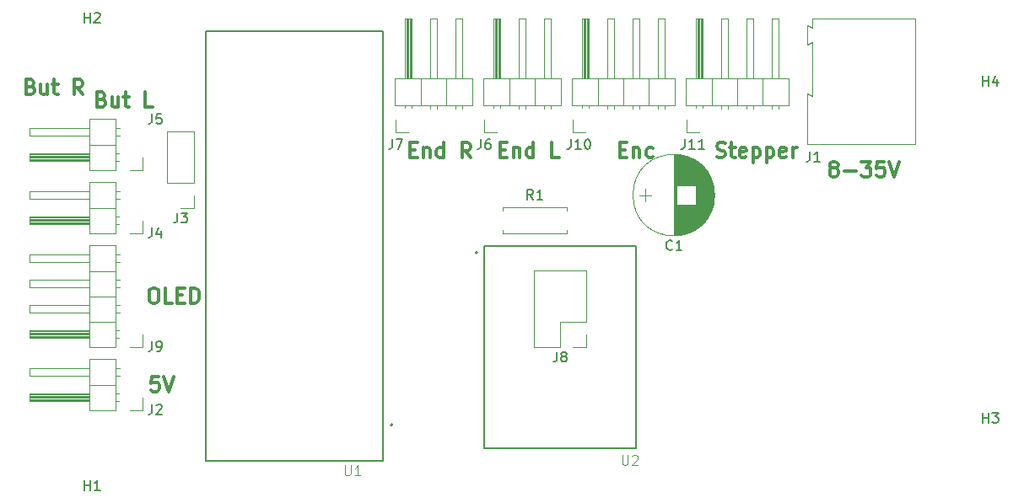
<source format=gto>
%TF.GenerationSoftware,KiCad,Pcbnew,(5.1.9)-1*%
%TF.CreationDate,2021-07-13T22:03:12+02:00*%
%TF.ProjectId,CameraSlider,43616d65-7261-4536-9c69-6465722e6b69,rev?*%
%TF.SameCoordinates,Original*%
%TF.FileFunction,Legend,Top*%
%TF.FilePolarity,Positive*%
%FSLAX46Y46*%
G04 Gerber Fmt 4.6, Leading zero omitted, Abs format (unit mm)*
G04 Created by KiCad (PCBNEW (5.1.9)-1) date 2021-07-13 22:03:12*
%MOMM*%
%LPD*%
G01*
G04 APERTURE LIST*
%ADD10C,0.300000*%
%ADD11C,0.200000*%
%ADD12C,0.127000*%
%ADD13C,0.120000*%
%ADD14C,0.015000*%
%ADD15C,0.150000*%
G04 APERTURE END LIST*
D10*
X182277142Y-116661428D02*
X182134285Y-116590000D01*
X182062857Y-116518571D01*
X181991428Y-116375714D01*
X181991428Y-116304285D01*
X182062857Y-116161428D01*
X182134285Y-116090000D01*
X182277142Y-116018571D01*
X182562857Y-116018571D01*
X182705714Y-116090000D01*
X182777142Y-116161428D01*
X182848571Y-116304285D01*
X182848571Y-116375714D01*
X182777142Y-116518571D01*
X182705714Y-116590000D01*
X182562857Y-116661428D01*
X182277142Y-116661428D01*
X182134285Y-116732857D01*
X182062857Y-116804285D01*
X181991428Y-116947142D01*
X181991428Y-117232857D01*
X182062857Y-117375714D01*
X182134285Y-117447142D01*
X182277142Y-117518571D01*
X182562857Y-117518571D01*
X182705714Y-117447142D01*
X182777142Y-117375714D01*
X182848571Y-117232857D01*
X182848571Y-116947142D01*
X182777142Y-116804285D01*
X182705714Y-116732857D01*
X182562857Y-116661428D01*
X183491428Y-116947142D02*
X184634285Y-116947142D01*
X185205714Y-116018571D02*
X186134285Y-116018571D01*
X185634285Y-116590000D01*
X185848571Y-116590000D01*
X185991428Y-116661428D01*
X186062857Y-116732857D01*
X186134285Y-116875714D01*
X186134285Y-117232857D01*
X186062857Y-117375714D01*
X185991428Y-117447142D01*
X185848571Y-117518571D01*
X185420000Y-117518571D01*
X185277142Y-117447142D01*
X185205714Y-117375714D01*
X187491428Y-116018571D02*
X186777142Y-116018571D01*
X186705714Y-116732857D01*
X186777142Y-116661428D01*
X186920000Y-116590000D01*
X187277142Y-116590000D01*
X187420000Y-116661428D01*
X187491428Y-116732857D01*
X187562857Y-116875714D01*
X187562857Y-117232857D01*
X187491428Y-117375714D01*
X187420000Y-117447142D01*
X187277142Y-117518571D01*
X186920000Y-117518571D01*
X186777142Y-117447142D01*
X186705714Y-117375714D01*
X187991428Y-116018571D02*
X188491428Y-117518571D01*
X188991428Y-116018571D01*
X170660714Y-115542142D02*
X170875000Y-115613571D01*
X171232142Y-115613571D01*
X171375000Y-115542142D01*
X171446428Y-115470714D01*
X171517857Y-115327857D01*
X171517857Y-115185000D01*
X171446428Y-115042142D01*
X171375000Y-114970714D01*
X171232142Y-114899285D01*
X170946428Y-114827857D01*
X170803571Y-114756428D01*
X170732142Y-114685000D01*
X170660714Y-114542142D01*
X170660714Y-114399285D01*
X170732142Y-114256428D01*
X170803571Y-114185000D01*
X170946428Y-114113571D01*
X171303571Y-114113571D01*
X171517857Y-114185000D01*
X171946428Y-114613571D02*
X172517857Y-114613571D01*
X172160714Y-114113571D02*
X172160714Y-115399285D01*
X172232142Y-115542142D01*
X172375000Y-115613571D01*
X172517857Y-115613571D01*
X173589285Y-115542142D02*
X173446428Y-115613571D01*
X173160714Y-115613571D01*
X173017857Y-115542142D01*
X172946428Y-115399285D01*
X172946428Y-114827857D01*
X173017857Y-114685000D01*
X173160714Y-114613571D01*
X173446428Y-114613571D01*
X173589285Y-114685000D01*
X173660714Y-114827857D01*
X173660714Y-114970714D01*
X172946428Y-115113571D01*
X174303571Y-114613571D02*
X174303571Y-116113571D01*
X174303571Y-114685000D02*
X174446428Y-114613571D01*
X174732142Y-114613571D01*
X174875000Y-114685000D01*
X174946428Y-114756428D01*
X175017857Y-114899285D01*
X175017857Y-115327857D01*
X174946428Y-115470714D01*
X174875000Y-115542142D01*
X174732142Y-115613571D01*
X174446428Y-115613571D01*
X174303571Y-115542142D01*
X175660714Y-114613571D02*
X175660714Y-116113571D01*
X175660714Y-114685000D02*
X175803571Y-114613571D01*
X176089285Y-114613571D01*
X176232142Y-114685000D01*
X176303571Y-114756428D01*
X176375000Y-114899285D01*
X176375000Y-115327857D01*
X176303571Y-115470714D01*
X176232142Y-115542142D01*
X176089285Y-115613571D01*
X175803571Y-115613571D01*
X175660714Y-115542142D01*
X177589285Y-115542142D02*
X177446428Y-115613571D01*
X177160714Y-115613571D01*
X177017857Y-115542142D01*
X176946428Y-115399285D01*
X176946428Y-114827857D01*
X177017857Y-114685000D01*
X177160714Y-114613571D01*
X177446428Y-114613571D01*
X177589285Y-114685000D01*
X177660714Y-114827857D01*
X177660714Y-114970714D01*
X176946428Y-115113571D01*
X178303571Y-115613571D02*
X178303571Y-114613571D01*
X178303571Y-114899285D02*
X178375000Y-114756428D01*
X178446428Y-114685000D01*
X178589285Y-114613571D01*
X178732142Y-114613571D01*
X160917142Y-114827857D02*
X161417142Y-114827857D01*
X161631428Y-115613571D02*
X160917142Y-115613571D01*
X160917142Y-114113571D01*
X161631428Y-114113571D01*
X162274285Y-114613571D02*
X162274285Y-115613571D01*
X162274285Y-114756428D02*
X162345714Y-114685000D01*
X162488571Y-114613571D01*
X162702857Y-114613571D01*
X162845714Y-114685000D01*
X162917142Y-114827857D01*
X162917142Y-115613571D01*
X164274285Y-115542142D02*
X164131428Y-115613571D01*
X163845714Y-115613571D01*
X163702857Y-115542142D01*
X163631428Y-115470714D01*
X163560000Y-115327857D01*
X163560000Y-114899285D01*
X163631428Y-114756428D01*
X163702857Y-114685000D01*
X163845714Y-114613571D01*
X164131428Y-114613571D01*
X164274285Y-114685000D01*
X148907857Y-114827857D02*
X149407857Y-114827857D01*
X149622142Y-115613571D02*
X148907857Y-115613571D01*
X148907857Y-114113571D01*
X149622142Y-114113571D01*
X150265000Y-114613571D02*
X150265000Y-115613571D01*
X150265000Y-114756428D02*
X150336428Y-114685000D01*
X150479285Y-114613571D01*
X150693571Y-114613571D01*
X150836428Y-114685000D01*
X150907857Y-114827857D01*
X150907857Y-115613571D01*
X152265000Y-115613571D02*
X152265000Y-114113571D01*
X152265000Y-115542142D02*
X152122142Y-115613571D01*
X151836428Y-115613571D01*
X151693571Y-115542142D01*
X151622142Y-115470714D01*
X151550714Y-115327857D01*
X151550714Y-114899285D01*
X151622142Y-114756428D01*
X151693571Y-114685000D01*
X151836428Y-114613571D01*
X152122142Y-114613571D01*
X152265000Y-114685000D01*
X154836428Y-115613571D02*
X154122142Y-115613571D01*
X154122142Y-114113571D01*
X139875000Y-114827857D02*
X140375000Y-114827857D01*
X140589285Y-115613571D02*
X139875000Y-115613571D01*
X139875000Y-114113571D01*
X140589285Y-114113571D01*
X141232142Y-114613571D02*
X141232142Y-115613571D01*
X141232142Y-114756428D02*
X141303571Y-114685000D01*
X141446428Y-114613571D01*
X141660714Y-114613571D01*
X141803571Y-114685000D01*
X141875000Y-114827857D01*
X141875000Y-115613571D01*
X143232142Y-115613571D02*
X143232142Y-114113571D01*
X143232142Y-115542142D02*
X143089285Y-115613571D01*
X142803571Y-115613571D01*
X142660714Y-115542142D01*
X142589285Y-115470714D01*
X142517857Y-115327857D01*
X142517857Y-114899285D01*
X142589285Y-114756428D01*
X142660714Y-114685000D01*
X142803571Y-114613571D01*
X143089285Y-114613571D01*
X143232142Y-114685000D01*
X145946428Y-115613571D02*
X145446428Y-114899285D01*
X145089285Y-115613571D02*
X145089285Y-114113571D01*
X145660714Y-114113571D01*
X145803571Y-114185000D01*
X145875000Y-114256428D01*
X145946428Y-114399285D01*
X145946428Y-114613571D01*
X145875000Y-114756428D01*
X145803571Y-114827857D01*
X145660714Y-114899285D01*
X145089285Y-114899285D01*
X108946428Y-109747857D02*
X109160714Y-109819285D01*
X109232142Y-109890714D01*
X109303571Y-110033571D01*
X109303571Y-110247857D01*
X109232142Y-110390714D01*
X109160714Y-110462142D01*
X109017857Y-110533571D01*
X108446428Y-110533571D01*
X108446428Y-109033571D01*
X108946428Y-109033571D01*
X109089285Y-109105000D01*
X109160714Y-109176428D01*
X109232142Y-109319285D01*
X109232142Y-109462142D01*
X109160714Y-109605000D01*
X109089285Y-109676428D01*
X108946428Y-109747857D01*
X108446428Y-109747857D01*
X110589285Y-109533571D02*
X110589285Y-110533571D01*
X109946428Y-109533571D02*
X109946428Y-110319285D01*
X110017857Y-110462142D01*
X110160714Y-110533571D01*
X110375000Y-110533571D01*
X110517857Y-110462142D01*
X110589285Y-110390714D01*
X111089285Y-109533571D02*
X111660714Y-109533571D01*
X111303571Y-109033571D02*
X111303571Y-110319285D01*
X111375000Y-110462142D01*
X111517857Y-110533571D01*
X111660714Y-110533571D01*
X114017857Y-110533571D02*
X113303571Y-110533571D01*
X113303571Y-109033571D01*
X114026428Y-128718571D02*
X114312142Y-128718571D01*
X114455000Y-128790000D01*
X114597857Y-128932857D01*
X114669285Y-129218571D01*
X114669285Y-129718571D01*
X114597857Y-130004285D01*
X114455000Y-130147142D01*
X114312142Y-130218571D01*
X114026428Y-130218571D01*
X113883571Y-130147142D01*
X113740714Y-130004285D01*
X113669285Y-129718571D01*
X113669285Y-129218571D01*
X113740714Y-128932857D01*
X113883571Y-128790000D01*
X114026428Y-128718571D01*
X116026428Y-130218571D02*
X115312142Y-130218571D01*
X115312142Y-128718571D01*
X116526428Y-129432857D02*
X117026428Y-129432857D01*
X117240714Y-130218571D02*
X116526428Y-130218571D01*
X116526428Y-128718571D01*
X117240714Y-128718571D01*
X117883571Y-130218571D02*
X117883571Y-128718571D01*
X118240714Y-128718571D01*
X118455000Y-128790000D01*
X118597857Y-128932857D01*
X118669285Y-129075714D01*
X118740714Y-129361428D01*
X118740714Y-129575714D01*
X118669285Y-129861428D01*
X118597857Y-130004285D01*
X118455000Y-130147142D01*
X118240714Y-130218571D01*
X117883571Y-130218571D01*
X114649285Y-137608571D02*
X113935000Y-137608571D01*
X113863571Y-138322857D01*
X113935000Y-138251428D01*
X114077857Y-138180000D01*
X114435000Y-138180000D01*
X114577857Y-138251428D01*
X114649285Y-138322857D01*
X114720714Y-138465714D01*
X114720714Y-138822857D01*
X114649285Y-138965714D01*
X114577857Y-139037142D01*
X114435000Y-139108571D01*
X114077857Y-139108571D01*
X113935000Y-139037142D01*
X113863571Y-138965714D01*
X115149285Y-137608571D02*
X115649285Y-139108571D01*
X116149285Y-137608571D01*
X101818571Y-108477857D02*
X102032857Y-108549285D01*
X102104285Y-108620714D01*
X102175714Y-108763571D01*
X102175714Y-108977857D01*
X102104285Y-109120714D01*
X102032857Y-109192142D01*
X101890000Y-109263571D01*
X101318571Y-109263571D01*
X101318571Y-107763571D01*
X101818571Y-107763571D01*
X101961428Y-107835000D01*
X102032857Y-107906428D01*
X102104285Y-108049285D01*
X102104285Y-108192142D01*
X102032857Y-108335000D01*
X101961428Y-108406428D01*
X101818571Y-108477857D01*
X101318571Y-108477857D01*
X103461428Y-108263571D02*
X103461428Y-109263571D01*
X102818571Y-108263571D02*
X102818571Y-109049285D01*
X102890000Y-109192142D01*
X103032857Y-109263571D01*
X103247142Y-109263571D01*
X103390000Y-109192142D01*
X103461428Y-109120714D01*
X103961428Y-108263571D02*
X104532857Y-108263571D01*
X104175714Y-107763571D02*
X104175714Y-109049285D01*
X104247142Y-109192142D01*
X104390000Y-109263571D01*
X104532857Y-109263571D01*
X107032857Y-109263571D02*
X106532857Y-108549285D01*
X106175714Y-109263571D02*
X106175714Y-107763571D01*
X106747142Y-107763571D01*
X106890000Y-107835000D01*
X106961428Y-107906428D01*
X107032857Y-108049285D01*
X107032857Y-108263571D01*
X106961428Y-108406428D01*
X106890000Y-108477857D01*
X106747142Y-108549285D01*
X106175714Y-108549285D01*
D11*
%TO.C,U1*%
X138120000Y-142460000D02*
G75*
G03*
X138120000Y-142460000I-100000J0D01*
G01*
D12*
X137160000Y-102870000D02*
X137160000Y-146050000D01*
X119380000Y-102870000D02*
X137160000Y-102870000D01*
X119380000Y-146050000D02*
X119380000Y-102870000D01*
X137160000Y-146050000D02*
X119380000Y-146050000D01*
D13*
%TO.C,J10*%
X156210000Y-113030000D02*
X156210000Y-111760000D01*
X157480000Y-113030000D02*
X156210000Y-113030000D01*
X165480000Y-110717071D02*
X165480000Y-110320000D01*
X164720000Y-110717071D02*
X164720000Y-110320000D01*
X165480000Y-101660000D02*
X165480000Y-107660000D01*
X164720000Y-101660000D02*
X165480000Y-101660000D01*
X164720000Y-107660000D02*
X164720000Y-101660000D01*
X163830000Y-110320000D02*
X163830000Y-107660000D01*
X162940000Y-110717071D02*
X162940000Y-110320000D01*
X162180000Y-110717071D02*
X162180000Y-110320000D01*
X162940000Y-101660000D02*
X162940000Y-107660000D01*
X162180000Y-101660000D02*
X162940000Y-101660000D01*
X162180000Y-107660000D02*
X162180000Y-101660000D01*
X161290000Y-110320000D02*
X161290000Y-107660000D01*
X160400000Y-110717071D02*
X160400000Y-110320000D01*
X159640000Y-110717071D02*
X159640000Y-110320000D01*
X160400000Y-101660000D02*
X160400000Y-107660000D01*
X159640000Y-101660000D02*
X160400000Y-101660000D01*
X159640000Y-107660000D02*
X159640000Y-101660000D01*
X158750000Y-110320000D02*
X158750000Y-107660000D01*
X157860000Y-110650000D02*
X157860000Y-110320000D01*
X157100000Y-110650000D02*
X157100000Y-110320000D01*
X157760000Y-107660000D02*
X157760000Y-101660000D01*
X157640000Y-107660000D02*
X157640000Y-101660000D01*
X157520000Y-107660000D02*
X157520000Y-101660000D01*
X157400000Y-107660000D02*
X157400000Y-101660000D01*
X157280000Y-107660000D02*
X157280000Y-101660000D01*
X157160000Y-107660000D02*
X157160000Y-101660000D01*
X157860000Y-101660000D02*
X157860000Y-107660000D01*
X157100000Y-101660000D02*
X157860000Y-101660000D01*
X157100000Y-107660000D02*
X157100000Y-101660000D01*
X156150000Y-107660000D02*
X156150000Y-110320000D01*
X166430000Y-107660000D02*
X156150000Y-107660000D01*
X166430000Y-110320000D02*
X166430000Y-107660000D01*
X156150000Y-110320000D02*
X166430000Y-110320000D01*
%TO.C,C1*%
X170440000Y-119380000D02*
G75*
G03*
X170440000Y-119380000I-4090000J0D01*
G01*
X166350000Y-115330000D02*
X166350000Y-123430000D01*
X166390000Y-115330000D02*
X166390000Y-123430000D01*
X166430000Y-115330000D02*
X166430000Y-123430000D01*
X166470000Y-115331000D02*
X166470000Y-123429000D01*
X166510000Y-115333000D02*
X166510000Y-123427000D01*
X166550000Y-115334000D02*
X166550000Y-123426000D01*
X166590000Y-115337000D02*
X166590000Y-123423000D01*
X166630000Y-115339000D02*
X166630000Y-118400000D01*
X166630000Y-120360000D02*
X166630000Y-123421000D01*
X166670000Y-115342000D02*
X166670000Y-118400000D01*
X166670000Y-120360000D02*
X166670000Y-123418000D01*
X166710000Y-115345000D02*
X166710000Y-118400000D01*
X166710000Y-120360000D02*
X166710000Y-123415000D01*
X166750000Y-115349000D02*
X166750000Y-118400000D01*
X166750000Y-120360000D02*
X166750000Y-123411000D01*
X166790000Y-115353000D02*
X166790000Y-118400000D01*
X166790000Y-120360000D02*
X166790000Y-123407000D01*
X166830000Y-115358000D02*
X166830000Y-118400000D01*
X166830000Y-120360000D02*
X166830000Y-123402000D01*
X166870000Y-115363000D02*
X166870000Y-118400000D01*
X166870000Y-120360000D02*
X166870000Y-123397000D01*
X166910000Y-115368000D02*
X166910000Y-118400000D01*
X166910000Y-120360000D02*
X166910000Y-123392000D01*
X166950000Y-115374000D02*
X166950000Y-118400000D01*
X166950000Y-120360000D02*
X166950000Y-123386000D01*
X166990000Y-115380000D02*
X166990000Y-118400000D01*
X166990000Y-120360000D02*
X166990000Y-123380000D01*
X167030000Y-115386000D02*
X167030000Y-118400000D01*
X167030000Y-120360000D02*
X167030000Y-123374000D01*
X167071000Y-115393000D02*
X167071000Y-118400000D01*
X167071000Y-120360000D02*
X167071000Y-123367000D01*
X167111000Y-115401000D02*
X167111000Y-118400000D01*
X167111000Y-120360000D02*
X167111000Y-123359000D01*
X167151000Y-115409000D02*
X167151000Y-118400000D01*
X167151000Y-120360000D02*
X167151000Y-123351000D01*
X167191000Y-115417000D02*
X167191000Y-118400000D01*
X167191000Y-120360000D02*
X167191000Y-123343000D01*
X167231000Y-115425000D02*
X167231000Y-118400000D01*
X167231000Y-120360000D02*
X167231000Y-123335000D01*
X167271000Y-115434000D02*
X167271000Y-118400000D01*
X167271000Y-120360000D02*
X167271000Y-123326000D01*
X167311000Y-115444000D02*
X167311000Y-118400000D01*
X167311000Y-120360000D02*
X167311000Y-123316000D01*
X167351000Y-115454000D02*
X167351000Y-118400000D01*
X167351000Y-120360000D02*
X167351000Y-123306000D01*
X167391000Y-115464000D02*
X167391000Y-118400000D01*
X167391000Y-120360000D02*
X167391000Y-123296000D01*
X167431000Y-115475000D02*
X167431000Y-118400000D01*
X167431000Y-120360000D02*
X167431000Y-123285000D01*
X167471000Y-115486000D02*
X167471000Y-118400000D01*
X167471000Y-120360000D02*
X167471000Y-123274000D01*
X167511000Y-115497000D02*
X167511000Y-118400000D01*
X167511000Y-120360000D02*
X167511000Y-123263000D01*
X167551000Y-115510000D02*
X167551000Y-118400000D01*
X167551000Y-120360000D02*
X167551000Y-123250000D01*
X167591000Y-115522000D02*
X167591000Y-118400000D01*
X167591000Y-120360000D02*
X167591000Y-123238000D01*
X167631000Y-115535000D02*
X167631000Y-118400000D01*
X167631000Y-120360000D02*
X167631000Y-123225000D01*
X167671000Y-115548000D02*
X167671000Y-118400000D01*
X167671000Y-120360000D02*
X167671000Y-123212000D01*
X167711000Y-115562000D02*
X167711000Y-118400000D01*
X167711000Y-120360000D02*
X167711000Y-123198000D01*
X167751000Y-115577000D02*
X167751000Y-118400000D01*
X167751000Y-120360000D02*
X167751000Y-123183000D01*
X167791000Y-115591000D02*
X167791000Y-118400000D01*
X167791000Y-120360000D02*
X167791000Y-123169000D01*
X167831000Y-115607000D02*
X167831000Y-118400000D01*
X167831000Y-120360000D02*
X167831000Y-123153000D01*
X167871000Y-115622000D02*
X167871000Y-118400000D01*
X167871000Y-120360000D02*
X167871000Y-123138000D01*
X167911000Y-115639000D02*
X167911000Y-118400000D01*
X167911000Y-120360000D02*
X167911000Y-123121000D01*
X167951000Y-115655000D02*
X167951000Y-118400000D01*
X167951000Y-120360000D02*
X167951000Y-123105000D01*
X167991000Y-115673000D02*
X167991000Y-118400000D01*
X167991000Y-120360000D02*
X167991000Y-123087000D01*
X168031000Y-115690000D02*
X168031000Y-118400000D01*
X168031000Y-120360000D02*
X168031000Y-123070000D01*
X168071000Y-115709000D02*
X168071000Y-118400000D01*
X168071000Y-120360000D02*
X168071000Y-123051000D01*
X168111000Y-115728000D02*
X168111000Y-118400000D01*
X168111000Y-120360000D02*
X168111000Y-123032000D01*
X168151000Y-115747000D02*
X168151000Y-118400000D01*
X168151000Y-120360000D02*
X168151000Y-123013000D01*
X168191000Y-115767000D02*
X168191000Y-118400000D01*
X168191000Y-120360000D02*
X168191000Y-122993000D01*
X168231000Y-115787000D02*
X168231000Y-118400000D01*
X168231000Y-120360000D02*
X168231000Y-122973000D01*
X168271000Y-115808000D02*
X168271000Y-118400000D01*
X168271000Y-120360000D02*
X168271000Y-122952000D01*
X168311000Y-115830000D02*
X168311000Y-118400000D01*
X168311000Y-120360000D02*
X168311000Y-122930000D01*
X168351000Y-115852000D02*
X168351000Y-118400000D01*
X168351000Y-120360000D02*
X168351000Y-122908000D01*
X168391000Y-115875000D02*
X168391000Y-118400000D01*
X168391000Y-120360000D02*
X168391000Y-122885000D01*
X168431000Y-115898000D02*
X168431000Y-118400000D01*
X168431000Y-120360000D02*
X168431000Y-122862000D01*
X168471000Y-115922000D02*
X168471000Y-118400000D01*
X168471000Y-120360000D02*
X168471000Y-122838000D01*
X168511000Y-115946000D02*
X168511000Y-118400000D01*
X168511000Y-120360000D02*
X168511000Y-122814000D01*
X168551000Y-115972000D02*
X168551000Y-118400000D01*
X168551000Y-120360000D02*
X168551000Y-122788000D01*
X168591000Y-115997000D02*
X168591000Y-122763000D01*
X168631000Y-116024000D02*
X168631000Y-122736000D01*
X168671000Y-116051000D02*
X168671000Y-122709000D01*
X168711000Y-116079000D02*
X168711000Y-122681000D01*
X168751000Y-116108000D02*
X168751000Y-122652000D01*
X168791000Y-116137000D02*
X168791000Y-122623000D01*
X168831000Y-116167000D02*
X168831000Y-122593000D01*
X168871000Y-116198000D02*
X168871000Y-122562000D01*
X168911000Y-116230000D02*
X168911000Y-122530000D01*
X168951000Y-116262000D02*
X168951000Y-122498000D01*
X168991000Y-116296000D02*
X168991000Y-122464000D01*
X169031000Y-116330000D02*
X169031000Y-122430000D01*
X169071000Y-116365000D02*
X169071000Y-122395000D01*
X169111000Y-116401000D02*
X169111000Y-122359000D01*
X169151000Y-116438000D02*
X169151000Y-122322000D01*
X169191000Y-116476000D02*
X169191000Y-122284000D01*
X169231000Y-116515000D02*
X169231000Y-122245000D01*
X169271000Y-116556000D02*
X169271000Y-122204000D01*
X169311000Y-116597000D02*
X169311000Y-122163000D01*
X169351000Y-116640000D02*
X169351000Y-122120000D01*
X169391000Y-116683000D02*
X169391000Y-122077000D01*
X169431000Y-116728000D02*
X169431000Y-122032000D01*
X169471000Y-116775000D02*
X169471000Y-121985000D01*
X169511000Y-116823000D02*
X169511000Y-121937000D01*
X169551000Y-116872000D02*
X169551000Y-121888000D01*
X169591000Y-116923000D02*
X169591000Y-121837000D01*
X169631000Y-116976000D02*
X169631000Y-121784000D01*
X169671000Y-117031000D02*
X169671000Y-121729000D01*
X169711000Y-117087000D02*
X169711000Y-121673000D01*
X169751000Y-117146000D02*
X169751000Y-121614000D01*
X169791000Y-117207000D02*
X169791000Y-121553000D01*
X169831000Y-117271000D02*
X169831000Y-121489000D01*
X169871000Y-117337000D02*
X169871000Y-121423000D01*
X169911000Y-117406000D02*
X169911000Y-121354000D01*
X169951000Y-117478000D02*
X169951000Y-121282000D01*
X169991000Y-117554000D02*
X169991000Y-121206000D01*
X170031000Y-117635000D02*
X170031000Y-121125000D01*
X170071000Y-117720000D02*
X170071000Y-121040000D01*
X170111000Y-117810000D02*
X170111000Y-120950000D01*
X170151000Y-117907000D02*
X170151000Y-120853000D01*
X170191000Y-118011000D02*
X170191000Y-120749000D01*
X170231000Y-118126000D02*
X170231000Y-120634000D01*
X170271000Y-118253000D02*
X170271000Y-120507000D01*
X170311000Y-118397000D02*
X170311000Y-120363000D01*
X170351000Y-118566000D02*
X170351000Y-120194000D01*
X170391000Y-118782000D02*
X170391000Y-119978000D01*
X170431000Y-119134000D02*
X170431000Y-119626000D01*
X162900000Y-119380000D02*
X164100000Y-119380000D01*
X163500000Y-118730000D02*
X163500000Y-120030000D01*
%TO.C,J2*%
X110320000Y-141030000D02*
X110320000Y-135830000D01*
X110320000Y-135830000D02*
X107660000Y-135830000D01*
X107660000Y-135830000D02*
X107660000Y-141030000D01*
X107660000Y-141030000D02*
X110320000Y-141030000D01*
X107660000Y-140080000D02*
X101660000Y-140080000D01*
X101660000Y-140080000D02*
X101660000Y-139320000D01*
X101660000Y-139320000D02*
X107660000Y-139320000D01*
X107660000Y-140020000D02*
X101660000Y-140020000D01*
X107660000Y-139900000D02*
X101660000Y-139900000D01*
X107660000Y-139780000D02*
X101660000Y-139780000D01*
X107660000Y-139660000D02*
X101660000Y-139660000D01*
X107660000Y-139540000D02*
X101660000Y-139540000D01*
X107660000Y-139420000D02*
X101660000Y-139420000D01*
X110650000Y-140080000D02*
X110320000Y-140080000D01*
X110650000Y-139320000D02*
X110320000Y-139320000D01*
X110320000Y-138430000D02*
X107660000Y-138430000D01*
X107660000Y-137540000D02*
X101660000Y-137540000D01*
X101660000Y-137540000D02*
X101660000Y-136780000D01*
X101660000Y-136780000D02*
X107660000Y-136780000D01*
X110717071Y-137540000D02*
X110320000Y-137540000D01*
X110717071Y-136780000D02*
X110320000Y-136780000D01*
X113030000Y-139700000D02*
X113030000Y-140970000D01*
X113030000Y-140970000D02*
X111760000Y-140970000D01*
%TO.C,J3*%
X118170000Y-112970000D02*
X115510000Y-112970000D01*
X118170000Y-118110000D02*
X118170000Y-112970000D01*
X115510000Y-118110000D02*
X115510000Y-112970000D01*
X118170000Y-118110000D02*
X115510000Y-118110000D01*
X118170000Y-119380000D02*
X118170000Y-120710000D01*
X118170000Y-120710000D02*
X116840000Y-120710000D01*
%TO.C,J4*%
X110320000Y-123250000D02*
X110320000Y-118050000D01*
X110320000Y-118050000D02*
X107660000Y-118050000D01*
X107660000Y-118050000D02*
X107660000Y-123250000D01*
X107660000Y-123250000D02*
X110320000Y-123250000D01*
X107660000Y-122300000D02*
X101660000Y-122300000D01*
X101660000Y-122300000D02*
X101660000Y-121540000D01*
X101660000Y-121540000D02*
X107660000Y-121540000D01*
X107660000Y-122240000D02*
X101660000Y-122240000D01*
X107660000Y-122120000D02*
X101660000Y-122120000D01*
X107660000Y-122000000D02*
X101660000Y-122000000D01*
X107660000Y-121880000D02*
X101660000Y-121880000D01*
X107660000Y-121760000D02*
X101660000Y-121760000D01*
X107660000Y-121640000D02*
X101660000Y-121640000D01*
X110650000Y-122300000D02*
X110320000Y-122300000D01*
X110650000Y-121540000D02*
X110320000Y-121540000D01*
X110320000Y-120650000D02*
X107660000Y-120650000D01*
X107660000Y-119760000D02*
X101660000Y-119760000D01*
X101660000Y-119760000D02*
X101660000Y-119000000D01*
X101660000Y-119000000D02*
X107660000Y-119000000D01*
X110717071Y-119760000D02*
X110320000Y-119760000D01*
X110717071Y-119000000D02*
X110320000Y-119000000D01*
X113030000Y-121920000D02*
X113030000Y-123190000D01*
X113030000Y-123190000D02*
X111760000Y-123190000D01*
%TO.C,J5*%
X113030000Y-116840000D02*
X111760000Y-116840000D01*
X113030000Y-115570000D02*
X113030000Y-116840000D01*
X110717071Y-112650000D02*
X110320000Y-112650000D01*
X110717071Y-113410000D02*
X110320000Y-113410000D01*
X101660000Y-112650000D02*
X107660000Y-112650000D01*
X101660000Y-113410000D02*
X101660000Y-112650000D01*
X107660000Y-113410000D02*
X101660000Y-113410000D01*
X110320000Y-114300000D02*
X107660000Y-114300000D01*
X110650000Y-115190000D02*
X110320000Y-115190000D01*
X110650000Y-115950000D02*
X110320000Y-115950000D01*
X107660000Y-115290000D02*
X101660000Y-115290000D01*
X107660000Y-115410000D02*
X101660000Y-115410000D01*
X107660000Y-115530000D02*
X101660000Y-115530000D01*
X107660000Y-115650000D02*
X101660000Y-115650000D01*
X107660000Y-115770000D02*
X101660000Y-115770000D01*
X107660000Y-115890000D02*
X101660000Y-115890000D01*
X101660000Y-115190000D02*
X107660000Y-115190000D01*
X101660000Y-115950000D02*
X101660000Y-115190000D01*
X107660000Y-115950000D02*
X101660000Y-115950000D01*
X107660000Y-116900000D02*
X110320000Y-116900000D01*
X107660000Y-111700000D02*
X107660000Y-116900000D01*
X110320000Y-111700000D02*
X107660000Y-111700000D01*
X110320000Y-116900000D02*
X110320000Y-111700000D01*
%TO.C,J6*%
X147260000Y-110320000D02*
X155000000Y-110320000D01*
X155000000Y-110320000D02*
X155000000Y-107660000D01*
X155000000Y-107660000D02*
X147260000Y-107660000D01*
X147260000Y-107660000D02*
X147260000Y-110320000D01*
X148210000Y-107660000D02*
X148210000Y-101660000D01*
X148210000Y-101660000D02*
X148970000Y-101660000D01*
X148970000Y-101660000D02*
X148970000Y-107660000D01*
X148270000Y-107660000D02*
X148270000Y-101660000D01*
X148390000Y-107660000D02*
X148390000Y-101660000D01*
X148510000Y-107660000D02*
X148510000Y-101660000D01*
X148630000Y-107660000D02*
X148630000Y-101660000D01*
X148750000Y-107660000D02*
X148750000Y-101660000D01*
X148870000Y-107660000D02*
X148870000Y-101660000D01*
X148210000Y-110650000D02*
X148210000Y-110320000D01*
X148970000Y-110650000D02*
X148970000Y-110320000D01*
X149860000Y-110320000D02*
X149860000Y-107660000D01*
X150750000Y-107660000D02*
X150750000Y-101660000D01*
X150750000Y-101660000D02*
X151510000Y-101660000D01*
X151510000Y-101660000D02*
X151510000Y-107660000D01*
X150750000Y-110717071D02*
X150750000Y-110320000D01*
X151510000Y-110717071D02*
X151510000Y-110320000D01*
X152400000Y-110320000D02*
X152400000Y-107660000D01*
X153290000Y-107660000D02*
X153290000Y-101660000D01*
X153290000Y-101660000D02*
X154050000Y-101660000D01*
X154050000Y-101660000D02*
X154050000Y-107660000D01*
X153290000Y-110717071D02*
X153290000Y-110320000D01*
X154050000Y-110717071D02*
X154050000Y-110320000D01*
X148590000Y-113030000D02*
X147320000Y-113030000D01*
X147320000Y-113030000D02*
X147320000Y-111760000D01*
%TO.C,J7*%
X138430000Y-113030000D02*
X138430000Y-111760000D01*
X139700000Y-113030000D02*
X138430000Y-113030000D01*
X145160000Y-110717071D02*
X145160000Y-110320000D01*
X144400000Y-110717071D02*
X144400000Y-110320000D01*
X145160000Y-101660000D02*
X145160000Y-107660000D01*
X144400000Y-101660000D02*
X145160000Y-101660000D01*
X144400000Y-107660000D02*
X144400000Y-101660000D01*
X143510000Y-110320000D02*
X143510000Y-107660000D01*
X142620000Y-110717071D02*
X142620000Y-110320000D01*
X141860000Y-110717071D02*
X141860000Y-110320000D01*
X142620000Y-101660000D02*
X142620000Y-107660000D01*
X141860000Y-101660000D02*
X142620000Y-101660000D01*
X141860000Y-107660000D02*
X141860000Y-101660000D01*
X140970000Y-110320000D02*
X140970000Y-107660000D01*
X140080000Y-110650000D02*
X140080000Y-110320000D01*
X139320000Y-110650000D02*
X139320000Y-110320000D01*
X139980000Y-107660000D02*
X139980000Y-101660000D01*
X139860000Y-107660000D02*
X139860000Y-101660000D01*
X139740000Y-107660000D02*
X139740000Y-101660000D01*
X139620000Y-107660000D02*
X139620000Y-101660000D01*
X139500000Y-107660000D02*
X139500000Y-101660000D01*
X139380000Y-107660000D02*
X139380000Y-101660000D01*
X140080000Y-101660000D02*
X140080000Y-107660000D01*
X139320000Y-101660000D02*
X140080000Y-101660000D01*
X139320000Y-107660000D02*
X139320000Y-101660000D01*
X138370000Y-107660000D02*
X138370000Y-110320000D01*
X146110000Y-107660000D02*
X138370000Y-107660000D01*
X146110000Y-110320000D02*
X146110000Y-107660000D01*
X138370000Y-110320000D02*
X146110000Y-110320000D01*
%TO.C,J8*%
X157540000Y-126940000D02*
X152340000Y-126940000D01*
X157540000Y-132080000D02*
X157540000Y-126940000D01*
X152340000Y-134680000D02*
X152340000Y-126940000D01*
X157540000Y-132080000D02*
X154940000Y-132080000D01*
X154940000Y-132080000D02*
X154940000Y-134680000D01*
X154940000Y-134680000D02*
X152340000Y-134680000D01*
X157540000Y-133350000D02*
X157540000Y-134680000D01*
X157540000Y-134680000D02*
X156210000Y-134680000D01*
%TO.C,J9*%
X110320000Y-134680000D02*
X110320000Y-124400000D01*
X110320000Y-124400000D02*
X107660000Y-124400000D01*
X107660000Y-124400000D02*
X107660000Y-134680000D01*
X107660000Y-134680000D02*
X110320000Y-134680000D01*
X107660000Y-133730000D02*
X101660000Y-133730000D01*
X101660000Y-133730000D02*
X101660000Y-132970000D01*
X101660000Y-132970000D02*
X107660000Y-132970000D01*
X107660000Y-133670000D02*
X101660000Y-133670000D01*
X107660000Y-133550000D02*
X101660000Y-133550000D01*
X107660000Y-133430000D02*
X101660000Y-133430000D01*
X107660000Y-133310000D02*
X101660000Y-133310000D01*
X107660000Y-133190000D02*
X101660000Y-133190000D01*
X107660000Y-133070000D02*
X101660000Y-133070000D01*
X110650000Y-133730000D02*
X110320000Y-133730000D01*
X110650000Y-132970000D02*
X110320000Y-132970000D01*
X110320000Y-132080000D02*
X107660000Y-132080000D01*
X107660000Y-131190000D02*
X101660000Y-131190000D01*
X101660000Y-131190000D02*
X101660000Y-130430000D01*
X101660000Y-130430000D02*
X107660000Y-130430000D01*
X110717071Y-131190000D02*
X110320000Y-131190000D01*
X110717071Y-130430000D02*
X110320000Y-130430000D01*
X110320000Y-129540000D02*
X107660000Y-129540000D01*
X107660000Y-128650000D02*
X101660000Y-128650000D01*
X101660000Y-128650000D02*
X101660000Y-127890000D01*
X101660000Y-127890000D02*
X107660000Y-127890000D01*
X110717071Y-128650000D02*
X110320000Y-128650000D01*
X110717071Y-127890000D02*
X110320000Y-127890000D01*
X110320000Y-127000000D02*
X107660000Y-127000000D01*
X107660000Y-126110000D02*
X101660000Y-126110000D01*
X101660000Y-126110000D02*
X101660000Y-125350000D01*
X101660000Y-125350000D02*
X107660000Y-125350000D01*
X110717071Y-126110000D02*
X110320000Y-126110000D01*
X110717071Y-125350000D02*
X110320000Y-125350000D01*
X113030000Y-133350000D02*
X113030000Y-134620000D01*
X113030000Y-134620000D02*
X111760000Y-134620000D01*
%TO.C,J11*%
X167580000Y-110320000D02*
X177860000Y-110320000D01*
X177860000Y-110320000D02*
X177860000Y-107660000D01*
X177860000Y-107660000D02*
X167580000Y-107660000D01*
X167580000Y-107660000D02*
X167580000Y-110320000D01*
X168530000Y-107660000D02*
X168530000Y-101660000D01*
X168530000Y-101660000D02*
X169290000Y-101660000D01*
X169290000Y-101660000D02*
X169290000Y-107660000D01*
X168590000Y-107660000D02*
X168590000Y-101660000D01*
X168710000Y-107660000D02*
X168710000Y-101660000D01*
X168830000Y-107660000D02*
X168830000Y-101660000D01*
X168950000Y-107660000D02*
X168950000Y-101660000D01*
X169070000Y-107660000D02*
X169070000Y-101660000D01*
X169190000Y-107660000D02*
X169190000Y-101660000D01*
X168530000Y-110650000D02*
X168530000Y-110320000D01*
X169290000Y-110650000D02*
X169290000Y-110320000D01*
X170180000Y-110320000D02*
X170180000Y-107660000D01*
X171070000Y-107660000D02*
X171070000Y-101660000D01*
X171070000Y-101660000D02*
X171830000Y-101660000D01*
X171830000Y-101660000D02*
X171830000Y-107660000D01*
X171070000Y-110717071D02*
X171070000Y-110320000D01*
X171830000Y-110717071D02*
X171830000Y-110320000D01*
X172720000Y-110320000D02*
X172720000Y-107660000D01*
X173610000Y-107660000D02*
X173610000Y-101660000D01*
X173610000Y-101660000D02*
X174370000Y-101660000D01*
X174370000Y-101660000D02*
X174370000Y-107660000D01*
X173610000Y-110717071D02*
X173610000Y-110320000D01*
X174370000Y-110717071D02*
X174370000Y-110320000D01*
X175260000Y-110320000D02*
X175260000Y-107660000D01*
X176150000Y-107660000D02*
X176150000Y-101660000D01*
X176150000Y-101660000D02*
X176910000Y-101660000D01*
X176910000Y-101660000D02*
X176910000Y-107660000D01*
X176150000Y-110717071D02*
X176150000Y-110320000D01*
X176910000Y-110717071D02*
X176910000Y-110320000D01*
X168910000Y-113030000D02*
X167640000Y-113030000D01*
X167640000Y-113030000D02*
X167640000Y-111760000D01*
%TO.C,R1*%
X155610000Y-122900000D02*
X155610000Y-123230000D01*
X155610000Y-123230000D02*
X149190000Y-123230000D01*
X149190000Y-123230000D02*
X149190000Y-122900000D01*
X155610000Y-120940000D02*
X155610000Y-120610000D01*
X155610000Y-120610000D02*
X149190000Y-120610000D01*
X149190000Y-120610000D02*
X149190000Y-120940000D01*
D11*
%TO.C,U2*%
X146640000Y-125170000D02*
G75*
G03*
X146640000Y-125170000I-100000J0D01*
G01*
D12*
X147320000Y-144780000D02*
X147320000Y-124460000D01*
X162560000Y-144780000D02*
X147320000Y-144780000D01*
X162560000Y-124460000D02*
X162560000Y-144780000D01*
X147320000Y-124460000D02*
X162560000Y-124460000D01*
D13*
%TO.C,J1*%
X190610000Y-114250000D02*
X190610000Y-101650000D01*
X190610000Y-101650000D02*
X180260000Y-101650000D01*
X180260000Y-101650000D02*
X180260000Y-102600000D01*
X180260000Y-102600000D02*
X179760000Y-102350000D01*
X179760000Y-102350000D02*
X179760000Y-104250000D01*
X179760000Y-104250000D02*
X179760000Y-104300000D01*
X179760000Y-104300000D02*
X180260000Y-104050000D01*
X180260000Y-104050000D02*
X180260000Y-109450000D01*
X180260000Y-109450000D02*
X179760000Y-109150000D01*
X179760000Y-109150000D02*
X179760000Y-114250000D01*
X179760000Y-114250000D02*
X190610000Y-114250000D01*
%TO.C,U1*%
D14*
X133333095Y-146547380D02*
X133333095Y-147356904D01*
X133380714Y-147452142D01*
X133428333Y-147499761D01*
X133523571Y-147547380D01*
X133714047Y-147547380D01*
X133809285Y-147499761D01*
X133856904Y-147452142D01*
X133904523Y-147356904D01*
X133904523Y-146547380D01*
X134904523Y-147547380D02*
X134333095Y-147547380D01*
X134618809Y-147547380D02*
X134618809Y-146547380D01*
X134523571Y-146690238D01*
X134428333Y-146785476D01*
X134333095Y-146833095D01*
%TO.C,J10*%
D15*
X156035476Y-113752380D02*
X156035476Y-114466666D01*
X155987857Y-114609523D01*
X155892619Y-114704761D01*
X155749761Y-114752380D01*
X155654523Y-114752380D01*
X157035476Y-114752380D02*
X156464047Y-114752380D01*
X156749761Y-114752380D02*
X156749761Y-113752380D01*
X156654523Y-113895238D01*
X156559285Y-113990476D01*
X156464047Y-114038095D01*
X157654523Y-113752380D02*
X157749761Y-113752380D01*
X157845000Y-113800000D01*
X157892619Y-113847619D01*
X157940238Y-113942857D01*
X157987857Y-114133333D01*
X157987857Y-114371428D01*
X157940238Y-114561904D01*
X157892619Y-114657142D01*
X157845000Y-114704761D01*
X157749761Y-114752380D01*
X157654523Y-114752380D01*
X157559285Y-114704761D01*
X157511666Y-114657142D01*
X157464047Y-114561904D01*
X157416428Y-114371428D01*
X157416428Y-114133333D01*
X157464047Y-113942857D01*
X157511666Y-113847619D01*
X157559285Y-113800000D01*
X157654523Y-113752380D01*
%TO.C,C1*%
X166203333Y-124817142D02*
X166155714Y-124864761D01*
X166012857Y-124912380D01*
X165917619Y-124912380D01*
X165774761Y-124864761D01*
X165679523Y-124769523D01*
X165631904Y-124674285D01*
X165584285Y-124483809D01*
X165584285Y-124340952D01*
X165631904Y-124150476D01*
X165679523Y-124055238D01*
X165774761Y-123960000D01*
X165917619Y-123912380D01*
X166012857Y-123912380D01*
X166155714Y-123960000D01*
X166203333Y-124007619D01*
X167155714Y-124912380D02*
X166584285Y-124912380D01*
X166870000Y-124912380D02*
X166870000Y-123912380D01*
X166774761Y-124055238D01*
X166679523Y-124150476D01*
X166584285Y-124198095D01*
%TO.C,H1*%
X107188095Y-149042380D02*
X107188095Y-148042380D01*
X107188095Y-148518571D02*
X107759523Y-148518571D01*
X107759523Y-149042380D02*
X107759523Y-148042380D01*
X108759523Y-149042380D02*
X108188095Y-149042380D01*
X108473809Y-149042380D02*
X108473809Y-148042380D01*
X108378571Y-148185238D01*
X108283333Y-148280476D01*
X108188095Y-148328095D01*
%TO.C,H2*%
X107188095Y-102052380D02*
X107188095Y-101052380D01*
X107188095Y-101528571D02*
X107759523Y-101528571D01*
X107759523Y-102052380D02*
X107759523Y-101052380D01*
X108188095Y-101147619D02*
X108235714Y-101100000D01*
X108330952Y-101052380D01*
X108569047Y-101052380D01*
X108664285Y-101100000D01*
X108711904Y-101147619D01*
X108759523Y-101242857D01*
X108759523Y-101338095D01*
X108711904Y-101480952D01*
X108140476Y-102052380D01*
X108759523Y-102052380D01*
%TO.C,J2*%
X113966666Y-140422380D02*
X113966666Y-141136666D01*
X113919047Y-141279523D01*
X113823809Y-141374761D01*
X113680952Y-141422380D01*
X113585714Y-141422380D01*
X114395238Y-140517619D02*
X114442857Y-140470000D01*
X114538095Y-140422380D01*
X114776190Y-140422380D01*
X114871428Y-140470000D01*
X114919047Y-140517619D01*
X114966666Y-140612857D01*
X114966666Y-140708095D01*
X114919047Y-140850952D01*
X114347619Y-141422380D01*
X114966666Y-141422380D01*
%TO.C,J3*%
X116506666Y-121162380D02*
X116506666Y-121876666D01*
X116459047Y-122019523D01*
X116363809Y-122114761D01*
X116220952Y-122162380D01*
X116125714Y-122162380D01*
X116887619Y-121162380D02*
X117506666Y-121162380D01*
X117173333Y-121543333D01*
X117316190Y-121543333D01*
X117411428Y-121590952D01*
X117459047Y-121638571D01*
X117506666Y-121733809D01*
X117506666Y-121971904D01*
X117459047Y-122067142D01*
X117411428Y-122114761D01*
X117316190Y-122162380D01*
X117030476Y-122162380D01*
X116935238Y-122114761D01*
X116887619Y-122067142D01*
%TO.C,J4*%
X113966666Y-122642380D02*
X113966666Y-123356666D01*
X113919047Y-123499523D01*
X113823809Y-123594761D01*
X113680952Y-123642380D01*
X113585714Y-123642380D01*
X114871428Y-122975714D02*
X114871428Y-123642380D01*
X114633333Y-122594761D02*
X114395238Y-123309047D01*
X115014285Y-123309047D01*
%TO.C,J5*%
X113966666Y-111212380D02*
X113966666Y-111926666D01*
X113919047Y-112069523D01*
X113823809Y-112164761D01*
X113680952Y-112212380D01*
X113585714Y-112212380D01*
X114919047Y-111212380D02*
X114442857Y-111212380D01*
X114395238Y-111688571D01*
X114442857Y-111640952D01*
X114538095Y-111593333D01*
X114776190Y-111593333D01*
X114871428Y-111640952D01*
X114919047Y-111688571D01*
X114966666Y-111783809D01*
X114966666Y-112021904D01*
X114919047Y-112117142D01*
X114871428Y-112164761D01*
X114776190Y-112212380D01*
X114538095Y-112212380D01*
X114442857Y-112164761D01*
X114395238Y-112117142D01*
%TO.C,J6*%
X146986666Y-113752380D02*
X146986666Y-114466666D01*
X146939047Y-114609523D01*
X146843809Y-114704761D01*
X146700952Y-114752380D01*
X146605714Y-114752380D01*
X147891428Y-113752380D02*
X147700952Y-113752380D01*
X147605714Y-113800000D01*
X147558095Y-113847619D01*
X147462857Y-113990476D01*
X147415238Y-114180952D01*
X147415238Y-114561904D01*
X147462857Y-114657142D01*
X147510476Y-114704761D01*
X147605714Y-114752380D01*
X147796190Y-114752380D01*
X147891428Y-114704761D01*
X147939047Y-114657142D01*
X147986666Y-114561904D01*
X147986666Y-114323809D01*
X147939047Y-114228571D01*
X147891428Y-114180952D01*
X147796190Y-114133333D01*
X147605714Y-114133333D01*
X147510476Y-114180952D01*
X147462857Y-114228571D01*
X147415238Y-114323809D01*
%TO.C,J7*%
X138096666Y-113752380D02*
X138096666Y-114466666D01*
X138049047Y-114609523D01*
X137953809Y-114704761D01*
X137810952Y-114752380D01*
X137715714Y-114752380D01*
X138477619Y-113752380D02*
X139144285Y-113752380D01*
X138715714Y-114752380D01*
%TO.C,J8*%
X154606666Y-135132380D02*
X154606666Y-135846666D01*
X154559047Y-135989523D01*
X154463809Y-136084761D01*
X154320952Y-136132380D01*
X154225714Y-136132380D01*
X155225714Y-135560952D02*
X155130476Y-135513333D01*
X155082857Y-135465714D01*
X155035238Y-135370476D01*
X155035238Y-135322857D01*
X155082857Y-135227619D01*
X155130476Y-135180000D01*
X155225714Y-135132380D01*
X155416190Y-135132380D01*
X155511428Y-135180000D01*
X155559047Y-135227619D01*
X155606666Y-135322857D01*
X155606666Y-135370476D01*
X155559047Y-135465714D01*
X155511428Y-135513333D01*
X155416190Y-135560952D01*
X155225714Y-135560952D01*
X155130476Y-135608571D01*
X155082857Y-135656190D01*
X155035238Y-135751428D01*
X155035238Y-135941904D01*
X155082857Y-136037142D01*
X155130476Y-136084761D01*
X155225714Y-136132380D01*
X155416190Y-136132380D01*
X155511428Y-136084761D01*
X155559047Y-136037142D01*
X155606666Y-135941904D01*
X155606666Y-135751428D01*
X155559047Y-135656190D01*
X155511428Y-135608571D01*
X155416190Y-135560952D01*
%TO.C,J9*%
X113966666Y-134072380D02*
X113966666Y-134786666D01*
X113919047Y-134929523D01*
X113823809Y-135024761D01*
X113680952Y-135072380D01*
X113585714Y-135072380D01*
X114490476Y-135072380D02*
X114680952Y-135072380D01*
X114776190Y-135024761D01*
X114823809Y-134977142D01*
X114919047Y-134834285D01*
X114966666Y-134643809D01*
X114966666Y-134262857D01*
X114919047Y-134167619D01*
X114871428Y-134120000D01*
X114776190Y-134072380D01*
X114585714Y-134072380D01*
X114490476Y-134120000D01*
X114442857Y-134167619D01*
X114395238Y-134262857D01*
X114395238Y-134500952D01*
X114442857Y-134596190D01*
X114490476Y-134643809D01*
X114585714Y-134691428D01*
X114776190Y-134691428D01*
X114871428Y-134643809D01*
X114919047Y-134596190D01*
X114966666Y-134500952D01*
%TO.C,J11*%
X167465476Y-113752380D02*
X167465476Y-114466666D01*
X167417857Y-114609523D01*
X167322619Y-114704761D01*
X167179761Y-114752380D01*
X167084523Y-114752380D01*
X168465476Y-114752380D02*
X167894047Y-114752380D01*
X168179761Y-114752380D02*
X168179761Y-113752380D01*
X168084523Y-113895238D01*
X167989285Y-113990476D01*
X167894047Y-114038095D01*
X169417857Y-114752380D02*
X168846428Y-114752380D01*
X169132142Y-114752380D02*
X169132142Y-113752380D01*
X169036904Y-113895238D01*
X168941666Y-113990476D01*
X168846428Y-114038095D01*
%TO.C,R1*%
X152233333Y-119832380D02*
X151900000Y-119356190D01*
X151661904Y-119832380D02*
X151661904Y-118832380D01*
X152042857Y-118832380D01*
X152138095Y-118880000D01*
X152185714Y-118927619D01*
X152233333Y-119022857D01*
X152233333Y-119165714D01*
X152185714Y-119260952D01*
X152138095Y-119308571D01*
X152042857Y-119356190D01*
X151661904Y-119356190D01*
X153185714Y-119832380D02*
X152614285Y-119832380D01*
X152900000Y-119832380D02*
X152900000Y-118832380D01*
X152804761Y-118975238D01*
X152709523Y-119070476D01*
X152614285Y-119118095D01*
%TO.C,U2*%
D14*
X161163095Y-145502380D02*
X161163095Y-146311904D01*
X161210714Y-146407142D01*
X161258333Y-146454761D01*
X161353571Y-146502380D01*
X161544047Y-146502380D01*
X161639285Y-146454761D01*
X161686904Y-146407142D01*
X161734523Y-146311904D01*
X161734523Y-145502380D01*
X162163095Y-145597619D02*
X162210714Y-145550000D01*
X162305952Y-145502380D01*
X162544047Y-145502380D01*
X162639285Y-145550000D01*
X162686904Y-145597619D01*
X162734523Y-145692857D01*
X162734523Y-145788095D01*
X162686904Y-145930952D01*
X162115476Y-146502380D01*
X162734523Y-146502380D01*
%TO.C,J1*%
D15*
X180006666Y-115022380D02*
X180006666Y-115736666D01*
X179959047Y-115879523D01*
X179863809Y-115974761D01*
X179720952Y-116022380D01*
X179625714Y-116022380D01*
X181006666Y-116022380D02*
X180435238Y-116022380D01*
X180720952Y-116022380D02*
X180720952Y-115022380D01*
X180625714Y-115165238D01*
X180530476Y-115260476D01*
X180435238Y-115308095D01*
%TO.C,H3*%
X197358095Y-142252380D02*
X197358095Y-141252380D01*
X197358095Y-141728571D02*
X197929523Y-141728571D01*
X197929523Y-142252380D02*
X197929523Y-141252380D01*
X198310476Y-141252380D02*
X198929523Y-141252380D01*
X198596190Y-141633333D01*
X198739047Y-141633333D01*
X198834285Y-141680952D01*
X198881904Y-141728571D01*
X198929523Y-141823809D01*
X198929523Y-142061904D01*
X198881904Y-142157142D01*
X198834285Y-142204761D01*
X198739047Y-142252380D01*
X198453333Y-142252380D01*
X198358095Y-142204761D01*
X198310476Y-142157142D01*
%TO.C,H4*%
X197358095Y-108402380D02*
X197358095Y-107402380D01*
X197358095Y-107878571D02*
X197929523Y-107878571D01*
X197929523Y-108402380D02*
X197929523Y-107402380D01*
X198834285Y-107735714D02*
X198834285Y-108402380D01*
X198596190Y-107354761D02*
X198358095Y-108069047D01*
X198977142Y-108069047D01*
%TD*%
M02*

</source>
